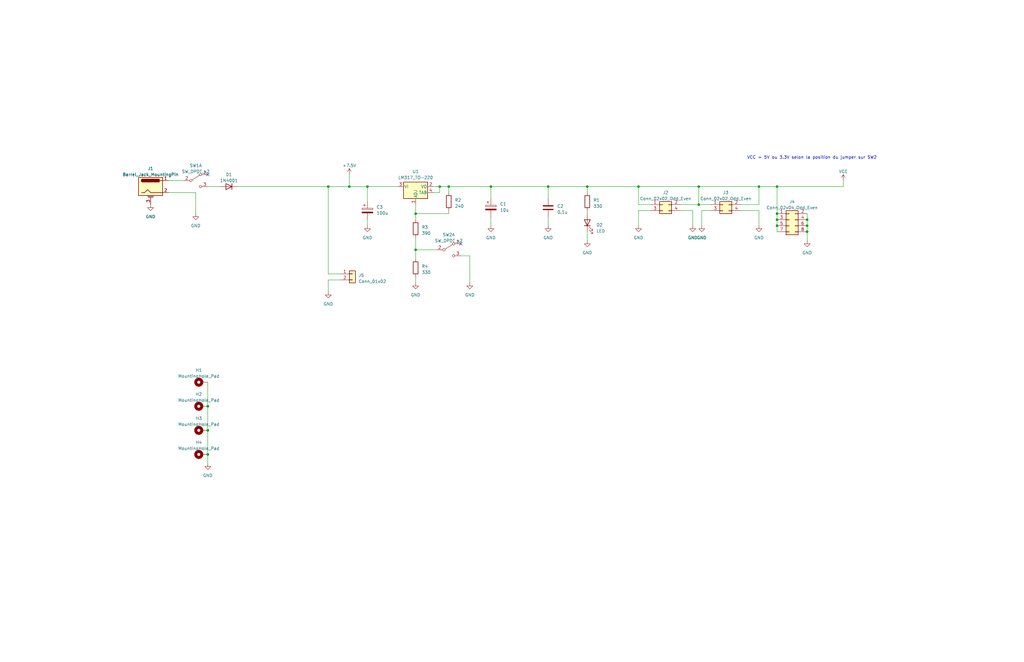
<source format=kicad_sch>
(kicad_sch (version 20230121) (generator eeschema)
  (paper "B")
  (title_block (title "Carte d'alimentation de prototypage") (date "2023-05-18") (rev "01") (company "Julien Boriasse"))
  (lib_symbols
    (symbol "Connector:Barrel_Jack_MountingPin" (pin_names hide)
      (property "Reference" "J1" (at 0 7.62 0))
      (property "Value" "Barrel_Jack_MountingPin" (at 0 5.08 0))
      (symbol "Barrel_Jack_MountingPin_0_1"
        (rectangle (start -5.08 3.81) (end 5.08 -3.81) (stroke (width 0.254)) (fill (type background)))
        (arc (start -3.302 3.175) (mid -3.9343 2.54) (end -3.302 1.905) (stroke (width 0.254)))
        (arc (start -3.302 3.175) (mid -3.9343 2.54) (end -3.302 1.905) (stroke (width 0.254)) (fill (type outline)))
        (polyline (pts (xy 5.08 2.54) (xy 3.81 2.54)) (stroke (width 0.254)))
        (polyline (pts (xy -3.81 -2.54) (xy -2.54 -2.54) (xy -1.27 -1.27) (xy 0 -2.54) (xy 2.54 -2.54) (xy 5.08 -2.54)) (stroke (width 0.254)))
        (rectangle (start 3.683 3.175) (end -3.302 1.905) (stroke (width 0.254)) (fill (type outline)))
      )
      (symbol "Barrel_Jack_MountingPin_1_1"
        (polyline (pts (xy -1.016 -4.572) (xy 1.016 -4.572)) (stroke (width 0.1524)))
        (text "Mounting" (at 0 -4.191 0) (effects (font (size 0.381 0.381))))
        (pin passive line (at 7.62 2.54 180) (length 2.54) (name "~") (number "1"))
        (pin passive line (at 7.62 -2.54 180) (length 2.54) (name "~") (number "2"))
        (pin passive line (at 0 -7.62 90) (length 3.048) (name "MountPin") (number "3"))
      )
    )
    (symbol "Connector_Generic:Conn_01x02" (pin_names (offset 1.016) hide)
      (property "Reference" "J" (at 0 2.54 0))
      (property "Value" "Conn_01x02" (at 0 -5.08 0))
      (symbol "Conn_01x02_1_1"
        (rectangle (start -1.27 -2.413) (end 0 -2.667) (stroke (width 0.1524)))
        (rectangle (start -1.27 0.127) (end 0 -0.127) (stroke (width 0.1524)))
        (rectangle (start -1.27 1.27) (end 1.27 -3.81) (stroke (width 0.254)) (fill (type background)))
        (pin passive line (at -5.08 0 0) (length 3.81) (name "Pin_1") (number "1"))
        (pin passive line (at -5.08 -2.54 0) (length 3.81) (name "Pin_2") (number "2"))
      )
    )
    (symbol "Connector_Generic:Conn_02x02_Odd_Even" (pin_names (offset 1.016) hide)
      (property "Reference" "J" (at 1.27 2.54 0))
      (property "Value" "Conn_02x02_Odd_Even" (at 1.27 -5.08 0))
      (symbol "Conn_02x02_Odd_Even_1_1"
        (rectangle (start -1.27 -2.413) (end 0 -2.667) (stroke (width 0.1524)))
        (rectangle (start -1.27 0.127) (end 0 -0.127) (stroke (width 0.1524)))
        (rectangle (start -1.27 1.27) (end 3.81 -3.81) (stroke (width 0.254)) (fill (type background)))
        (rectangle (start 3.81 -2.413) (end 2.54 -2.667) (stroke (width 0.1524)))
        (rectangle (start 3.81 0.127) (end 2.54 -0.127) (stroke (width 0.1524)))
        (pin passive line (at -5.08 0 0) (length 3.81) (name "Pin_1") (number "1"))
        (pin passive line (at 7.62 0 180) (length 3.81) (name "Pin_2") (number "2"))
        (pin passive line (at -5.08 -2.54 0) (length 3.81) (name "Pin_3") (number "3"))
        (pin passive line (at 7.62 -2.54 180) (length 3.81) (name "Pin_4") (number "4"))
      )
    )
    (symbol "Connector_Generic:Conn_02x04_Odd_Even" (pin_names (offset 1.016) hide)
      (property "Reference" "J" (at 1.27 5.08 0))
      (property "Value" "Conn_02x04_Odd_Even" (at 1.27 -7.62 0))
      (symbol "Conn_02x04_Odd_Even_1_1"
        (rectangle (start -1.27 -4.953) (end 0 -5.207) (stroke (width 0.1524)))
        (rectangle (start -1.27 -2.413) (end 0 -2.667) (stroke (width 0.1524)))
        (rectangle (start -1.27 0.127) (end 0 -0.127) (stroke (width 0.1524)))
        (rectangle (start -1.27 2.667) (end 0 2.413) (stroke (width 0.1524)))
        (rectangle (start -1.27 3.81) (end 3.81 -6.35) (stroke (width 0.254)) (fill (type background)))
        (rectangle (start 3.81 -4.953) (end 2.54 -5.207) (stroke (width 0.1524)))
        (rectangle (start 3.81 -2.413) (end 2.54 -2.667) (stroke (width 0.1524)))
        (rectangle (start 3.81 0.127) (end 2.54 -0.127) (stroke (width 0.1524)))
        (rectangle (start 3.81 2.667) (end 2.54 2.413) (stroke (width 0.1524)))
        (pin passive line (at -5.08 2.54 0) (length 3.81) (name "Pin_1") (number "1"))
        (pin passive line (at 7.62 2.54 180) (length 3.81) (name "Pin_2") (number "2"))
        (pin passive line (at -5.08 0 0) (length 3.81) (name "Pin_3") (number "3"))
        (pin passive line (at 7.62 0 180) (length 3.81) (name "Pin_4") (number "4"))
        (pin passive line (at -5.08 -2.54 0) (length 3.81) (name "Pin_5") (number "5"))
        (pin passive line (at 7.62 -2.54 180) (length 3.81) (name "Pin_6") (number "6"))
        (pin passive line (at -5.08 -5.08 0) (length 3.81) (name "Pin_7") (number "7"))
        (pin passive line (at 7.62 -5.08 180) (length 3.81) (name "Pin_8") (number "8"))
      )
    )
    (symbol "Device:C" (pin_numbers hide) (pin_names (offset 0.254))
      (property "Reference" "C" (at 0.635 2.54 0))
      (property "Value" "C" (at 0.635 -2.54 0))
      (symbol "C_0_1"
        (polyline (pts (xy -2.032 -0.762) (xy 2.032 -0.762)) (stroke (width 0.508)))
        (polyline (pts (xy -2.032 0.762) (xy 2.032 0.762)) (stroke (width 0.508)))
      )
      (symbol "C_1_1"
        (pin passive line (at 0 3.81 270) (length 2.794) (name "~") (number "1"))
        (pin passive line (at 0 -3.81 90) (length 2.794) (name "~") (number "2"))
      )
    )
    (symbol "Device:C_Polarized" (pin_numbers hide) (pin_names (offset 0.254))
      (property "Reference" "C" (at 0.635 2.54 0))
      (property "Value" "C_Polarized" (at 0.635 -2.54 0))
      (symbol "C_Polarized_0_1"
        (rectangle (start -2.286 0.508) (end 2.286 1.016))
        (polyline (pts (xy -1.778 2.286) (xy -0.762 2.286)))
        (polyline (pts (xy -1.27 2.794) (xy -1.27 1.778)))
        (rectangle (start 2.286 -0.508) (end -2.286 -1.016) (fill (type outline)))
      )
      (symbol "C_Polarized_1_1"
        (pin passive line (at 0 3.81 270) (length 2.794) (name "~") (number "1"))
        (pin passive line (at 0 -3.81 90) (length 2.794) (name "~") (number "2"))
      )
    )
    (symbol "Device:LED" (pin_numbers hide) (pin_names (offset 1.016) hide)
      (property "Reference" "D" (at 0 2.54 0))
      (property "Value" "LED" (at 0 -2.54 0))
      (symbol "LED_0_1"
        (polyline (pts (xy -1.27 -1.27) (xy -1.27 1.27)) (stroke (width 0.254)))
        (polyline (pts (xy -1.27 0) (xy 1.27 0)))
        (polyline (pts (xy 1.27 -1.27) (xy 1.27 1.27) (xy -1.27 0) (xy 1.27 -1.27)) (stroke (width 0.254)))
        (polyline (pts (xy -3.048 -0.762) (xy -4.572 -2.286) (xy -3.81 -2.286) (xy -4.572 -2.286) (xy -4.572 -1.524)))
        (polyline (pts (xy -1.778 -0.762) (xy -3.302 -2.286) (xy -2.54 -2.286) (xy -3.302 -2.286) (xy -3.302 -1.524)))
      )
      (symbol "LED_1_1"
        (pin passive line (at -3.81 0 0) (length 2.54) (name "K") (number "1"))
        (pin passive line (at 3.81 0 180) (length 2.54) (name "A") (number "2"))
      )
    )
    (symbol "Device:R" (pin_numbers hide) (pin_names (offset 0))
      (property "Reference" "R" (at 2.032 0 90))
      (property "Value" "R" (at 0 0 90))
      (symbol "R_0_1"
        (rectangle (start -1.016 -2.54) (end 1.016 2.54) (stroke (width 0.254)))
      )
      (symbol "R_1_1"
        (pin passive line (at 0 3.81 270) (length 1.27) (name "~") (number "1"))
        (pin passive line (at 0 -3.81 90) (length 1.27) (name "~") (number "2"))
      )
    )
    (symbol "Diode:1N4001" (pin_numbers hide) (pin_names hide)
      (property "Reference" "D" (at 0 2.54 0))
      (property "Value" "1N4001" (at 0 -2.54 0))
      (symbol "1N4001_0_1"
        (polyline (pts (xy -1.27 1.27) (xy -1.27 -1.27)) (stroke (width 0.254)))
        (polyline (pts (xy 1.27 0) (xy -1.27 0)))
        (polyline (pts (xy 1.27 1.27) (xy 1.27 -1.27) (xy -1.27 0) (xy 1.27 1.27)) (stroke (width 0.254)))
      )
      (symbol "1N4001_1_1"
        (pin passive line (at -3.81 0 0) (length 2.54) (name "K") (number "1"))
        (pin passive line (at 3.81 0 180) (length 2.54) (name "A") (number "2"))
      )
    )
    (symbol "Mechanical:MountingHole_Pad" (pin_numbers hide) (pin_names (offset 1.016) hide)
      (property "Reference" "H" (at 0 6.35 0))
      (property "Value" "MountingHole_Pad" (at 0 4.445 0))
      (symbol "MountingHole_Pad_0_1"
        (circle (center 0 1.27) (radius 1.27) (stroke (width 1.27)))
      )
      (symbol "MountingHole_Pad_1_1"
        (pin input line (at 0 -2.54 90) (length 2.54) (name "1") (number "1"))
      )
    )
    (symbol "MyLibrary:LM317_TO-220_TAB" (pin_names (offset 0.254))
      (property "Reference" "U" (at -3.81 3.175 0))
      (property "Value" "LM317_TO-220_TAB" (at 0 3.175 0))
      (symbol "LM317_TO-220_TAB_0_1"
        (rectangle (start -5.08 1.905) (end 5.08 -5.08) (stroke (width 0.254)) (fill (type background)))
      )
      (symbol "LM317_TO-220_TAB_1_1"
        (pin input line (at 0 -7.62 90) (length 2.54) (name "ADJ") (number "1"))
        (pin power_out line (at 7.62 0 180) (length 2.54) (name "VO") (number "2"))
        (pin power_in line (at -7.62 0 0) (length 2.54) (name "VI") (number "3"))
        (pin power_out line (at 7.62 -2.54 180) (length 2.54) (name "TAB") (number "4"))
      )
    )
    (symbol "Switch:SW_DPDT_x2" (pin_names (offset 0) hide)
      (property "Reference" "SW" (at 0 4.318 0))
      (property "Value" "SW_DPDT_x2" (at 0 -5.08 0))
      (symbol "SW_DPDT_x2_0_0"
        (circle (center -2.032 0) (radius 0.508))
        (circle (center 2.032 -2.54) (radius 0.508))
      )
      (symbol "SW_DPDT_x2_0_1"
        (polyline (pts (xy -1.524 0.254) (xy 1.651 2.286)))
        (circle (center 2.032 2.54) (radius 0.508))
      )
      (symbol "SW_DPDT_x2_1_1"
        (pin passive line (at 5.08 2.54 180) (length 2.54) (name "A") (number "1"))
        (pin passive line (at -5.08 0 0) (length 2.54) (name "B") (number "2"))
        (pin passive line (at 5.08 -2.54 180) (length 2.54) (name "C") (number "3"))
      )
      (symbol "SW_DPDT_x2_2_1"
        (pin passive line (at 5.08 2.54 180) (length 2.54) (name "A") (number "4"))
        (pin passive line (at -5.08 0 0) (length 2.54) (name "B") (number "5"))
        (pin passive line (at 5.08 -2.54 180) (length 2.54) (name "C") (number "6"))
      )
    )
    (symbol "power:+7.5V" (power) (pin_names (offset 0))
      (property "Value" "+7.5V" (at 0 3.556 0))
      (symbol "+7.5V_0_1"
        (polyline (pts (xy -0.762 1.27) (xy 0 2.54)))
        (polyline (pts (xy 0 0) (xy 0 2.54)))
        (polyline (pts (xy 0 2.54) (xy 0.762 1.27)))
      )
      (symbol "+7.5V_1_1"
        (pin power_in line (at 0 0 90) (length 0) hide (name "+7.5V") (number "1"))
      )
    )
    (symbol "power:GND" (power) (pin_names (offset 0))
      (property "Value" "GND" (at 0 -3.81 0))
      (symbol "GND_0_1"
        (polyline (pts (xy 0 0) (xy 0 -1.27) (xy 1.27 -1.27) (xy 0 -2.54) (xy -1.27 -1.27) (xy 0 -1.27)))
      )
      (symbol "GND_1_1"
        (pin power_in line (at 0 0 270) (length 0) hide (name "GND") (number "1"))
      )
    )
    (symbol "power:VCC" (power) (pin_names (offset 0))
      (property "Value" "VCC" (at 0 3.81 0))
      (symbol "VCC_0_1"
        (polyline (pts (xy -0.762 1.27) (xy 0 2.54)))
        (polyline (pts (xy 0 0) (xy 0 2.54)))
        (polyline (pts (xy 0 2.54) (xy 0.762 1.27)))
      )
      (symbol "VCC_1_1"
        (pin power_in line (at 0 0 90) (length 0) hide (name "VCC") (number "1"))
      )
    )
  )
  (junction (at 294.64 86.36))
  (junction (at 185.42 78.74))
  (junction (at 87.63 171.45))
  (junction (at 340.36 97.79))
  (junction (at 327.66 78.74))
  (junction (at 207.01 78.74))
  (junction (at 87.63 181.61))
  (junction (at 320.04 78.74))
  (junction (at 340.36 95.25))
  (junction (at 138.43 78.74))
  (junction (at 87.63 191.77))
  (junction (at 189.23 78.74))
  (junction (at 231.14 78.74))
  (junction (at 327.66 95.25))
  (junction (at 294.64 78.74))
  (junction (at 327.66 90.17))
  (junction (at 147.32 78.74))
  (junction (at 247.65 78.74))
  (junction (at 175.26 90.17))
  (junction (at 154.94 78.74))
  (junction (at 340.36 92.71))
  (junction (at 327.66 92.71))
  (junction (at 269.24 78.74))
  (junction (at 175.26 105.41))
  (no_connect (at 194.31 102.87))
  (no_connect (at 87.63 73.66))
  (wire (pts (xy 207.01 95.25) (xy 207.01 91.44)))
  (wire (pts (xy 340.36 90.17) (xy 340.36 92.71)))
  (wire (pts (xy 87.63 171.45) (xy 87.63 181.61)))
  (wire (pts (xy 340.36 97.79) (xy 340.36 101.6)))
  (wire (pts (xy 154.94 78.74) (xy 154.94 85.09)))
  (wire (pts (xy 175.26 90.17) (xy 189.23 90.17)))
  (wire (pts (xy 287.02 86.36) (xy 294.64 86.36)))
  (wire (pts (xy 147.32 78.74) (xy 154.94 78.74)))
  (wire (pts (xy 355.6 78.74) (xy 327.66 78.74)))
  (wire (pts (xy 175.26 92.71) (xy 175.26 90.17)))
  (wire (pts (xy 147.32 73.66) (xy 147.32 78.74)))
  (wire (pts (xy 143.51 115.57) (xy 138.43 115.57)))
  (wire (pts (xy 182.88 78.74) (xy 185.42 78.74)))
  (wire (pts (xy 71.12 76.2) (xy 77.47 76.2)))
  (wire (pts (xy 185.42 81.28) (xy 185.42 78.74)))
  (wire (pts (xy 82.55 90.17) (xy 82.55 81.28)))
  (wire (pts (xy 87.63 161.29) (xy 87.63 171.45)))
  (wire (pts (xy 327.66 92.71) (xy 327.66 95.25)))
  (wire (pts (xy 198.12 119.38) (xy 198.12 107.95)))
  (wire (pts (xy 175.26 90.17) (xy 175.26 86.36)))
  (wire (pts (xy 175.26 100.33) (xy 175.26 105.41)))
  (wire (pts (xy 189.23 78.74) (xy 207.01 78.74)))
  (wire (pts (xy 295.91 88.9) (xy 299.72 88.9)))
  (wire (pts (xy 299.72 86.36) (xy 294.64 86.36)))
  (wire (pts (xy 294.64 86.36) (xy 294.64 78.74)))
  (wire (pts (xy 312.42 86.36) (xy 320.04 86.36)))
  (wire (pts (xy 274.32 86.36) (xy 269.24 86.36)))
  (wire (pts (xy 287.02 88.9) (xy 292.1 88.9)))
  (wire (pts (xy 82.55 81.28) (xy 71.12 81.28)))
  (wire (pts (xy 184.15 105.41) (xy 175.26 105.41)))
  (wire (pts (xy 312.42 88.9) (xy 320.04 88.9)))
  (wire (pts (xy 320.04 88.9) (xy 320.04 95.25)))
  (wire (pts (xy 340.36 95.25) (xy 340.36 97.79)))
  (wire (pts (xy 327.66 78.74) (xy 327.66 90.17)))
  (wire (pts (xy 87.63 191.77) (xy 87.63 195.58)))
  (wire (pts (xy 231.14 83.82) (xy 231.14 78.74)))
  (wire (pts (xy 231.14 95.25) (xy 231.14 91.44)))
  (wire (pts (xy 269.24 78.74) (xy 247.65 78.74)))
  (wire (pts (xy 247.65 101.6) (xy 247.65 97.79)))
  (wire (pts (xy 154.94 95.25) (xy 154.94 92.71)))
  (wire (pts (xy 247.65 81.28) (xy 247.65 78.74)))
  (wire (pts (xy 198.12 107.95) (xy 194.31 107.95)))
  (wire (pts (xy 269.24 95.25) (xy 269.24 88.9)))
  (wire (pts (xy 100.33 78.74) (xy 138.43 78.74)))
  (wire (pts (xy 138.43 78.74) (xy 147.32 78.74)))
  (wire (pts (xy 320.04 86.36) (xy 320.04 78.74)))
  (wire (pts (xy 175.26 105.41) (xy 175.26 109.22)))
  (wire (pts (xy 87.63 181.61) (xy 87.63 191.77)))
  (wire (pts (xy 207.01 83.82) (xy 207.01 78.74)))
  (wire (pts (xy 247.65 78.74) (xy 231.14 78.74)))
  (wire (pts (xy 182.88 81.28) (xy 185.42 81.28)))
  (wire (pts (xy 292.1 88.9) (xy 292.1 95.25)))
  (wire (pts (xy 175.26 119.38) (xy 175.26 116.84)))
  (wire (pts (xy 207.01 78.74) (xy 231.14 78.74)))
  (wire (pts (xy 189.23 81.28) (xy 189.23 78.74)))
  (wire (pts (xy 340.36 92.71) (xy 340.36 95.25)))
  (wire (pts (xy 189.23 88.9) (xy 189.23 90.17)))
  (wire (pts (xy 138.43 118.11) (xy 143.51 118.11)))
  (wire (pts (xy 154.94 78.74) (xy 167.64 78.74)))
  (wire (pts (xy 269.24 78.74) (xy 269.24 86.36)))
  (wire (pts (xy 138.43 115.57) (xy 138.43 78.74)))
  (wire (pts (xy 269.24 78.74) (xy 294.64 78.74)))
  (wire (pts (xy 185.42 78.74) (xy 189.23 78.74)))
  (wire (pts (xy 295.91 95.25) (xy 295.91 88.9)))
  (wire (pts (xy 327.66 90.17) (xy 327.66 92.71)))
  (wire (pts (xy 355.6 78.74) (xy 355.6 76.2)))
  (wire (pts (xy 247.65 90.17) (xy 247.65 88.9)))
  (wire (pts (xy 320.04 78.74) (xy 327.66 78.74)))
  (wire (pts (xy 269.24 88.9) (xy 274.32 88.9)))
  (wire (pts (xy 92.71 78.74) (xy 87.63 78.74)))
  (wire (pts (xy 294.64 78.74) (xy 320.04 78.74)))
  (wire (pts (xy 138.43 123.19) (xy 138.43 118.11)))
  (wire (pts (xy 327.66 95.25) (xy 327.66 97.79)))
  (text "VCC = 5V ou 3.3V selon la position du jumper sur SW2" (at 314.96 67.31 0) (effects (font (size 1.27 1.27)) (justify left bottom)))
  (symbol (lib_id "power:+7.5V") (at 147.32 73.66 0) (unit 1)
    (property "Reference" "#PWR01" (effects hide))
    (property "Value" "+7.5V" (at 147.32 69.85 0))
  )
  (symbol (lib_id "power:GND") (at 82.55 90.17 0) (unit 1)
    (property "Reference" "#PWR03" (effects hide))
    (property "Value" "GND" (at 82.55 95.25 0))
  )
  (symbol (lib_id "Switch:SW_DPDT_x2") (at 189.23 105.41 0) (unit 1)
    (property "Reference" "SW2" (at 189.23 99.06 0))
    (property "Value" "SW_DPDT_x2" (at 189.23 101.6 0))
    (property "Footprint" "Connector_PinHeader_2.54mm:PinHeader_1x03_P2.54mm_Vertical" (effects hide))
  )
  (symbol (lib_id "power:GND") (at 154.94 95.25 0) (unit 1)
    (property "Reference" "#PWR04" (effects hide))
    (property "Value" "GND" (at 154.94 100.33 0))
  )
  (symbol (lib_id "power:VCC") (at 355.6 76.2 0) (unit 1)
    (property "Reference" "#PWR02" (effects hide))
    (property "Value" "VCC" (at 355.6 72.39 0))
  )
  (symbol (lib_id "power:GND") (at 269.24 95.25 0) (unit 1)
    (property "Reference" "#PWR07" (effects hide))
    (property "Value" "GND" (at 269.24 100.33 0))
  )
  (symbol (lib_id "Mechanical:MountingHole_Pad") (at 85.09 191.77 90) (unit 1)
    (property "Reference" "H4" (at 83.82 186.69 90))
    (property "Value" "MountingHole_Pad" (at 83.82 189.23 90))
    (property "Footprint" "MountingHole:MountingHole_2.5mm_Pad_TopBottom" (effects hide))
  )
  (symbol (lib_id "Device:LED") (at 247.65 93.98 90) (unit 1)
    (property "Reference" "D2" (at 251.46 94.9325 90) (effects (justify right)))
    (property "Value" "LED" (at 251.46 97.4725 90) (effects (justify right)))
    (property "Footprint" "LED_THT:LED_D5.0mm" (effects hide))
    (property "Datasheet" "https://www.sunledusa.com/products/spec/XLUG12D.pdf" (effects hide))
    (property "SPN" "1497-1023-ND" (effects hide))
    (property "MPN" "XLUG12D" (effects hide))
  )
  (symbol (lib_id "Switch:SW_DPDT_x2") (at 82.55 76.2 0) (unit 1)
    (property "Reference" "SW1" (at 82.55 69.85 0))
    (property "Value" "SW_DPDT_x2" (at 82.55 72.39 0))
    (property "Footprint" "Connector_PinHeader_2.54mm:PinHeader_1x03_P2.54mm_Vertical" (effects hide))
  )
  (symbol (lib_id "Diode:1N4001") (at 96.52 78.74 180) (unit 1)
    (property "Reference" "D1" (at 96.52 73.66 0))
    (property "Value" "1N4001" (at 96.52 76.2 0))
    (property "Footprint" "Diode_THT:D_DO-41_SOD81_P7.62mm_Horizontal" (effects hide))
    (property "Datasheet" "https://www.onsemi.com/pdf/datasheet/1n4001-d.pdf" (effects hide))
    (property "Sim.Device" "D" (effects hide))
    (property "Sim.Pins" "1=K 2=A" (effects hide))
    (property "MPN" "1N4001RLG" (effects hide))
    (property "SPN" "1N4001RLGOSTR-ND" (effects hide))
  )
  (symbol (lib_id "Device:R") (at 175.26 96.52 0) (unit 1)
    (property "Reference" "R3" (at 177.8 95.885 0) (effects (justify left)))
    (property "Value" "390" (at 177.8 98.425 0) (effects (justify left)))
    (property "Footprint" "Resistor_THT:R_Axial_DIN0207_L6.3mm_D2.5mm_P7.62mm_Horizontal" (effects hide))
    (property "SPN" "MFR-25FBF52-390R-ND" (effects hide))
  )
  (symbol (lib_id "power:GND") (at 175.26 119.38 0) (unit 1)
    (property "Reference" "#PWR011" (effects hide))
    (property "Value" "GND" (at 175.26 124.46 0))
  )
  (symbol (lib_id "Device:R") (at 247.65 85.09 0) (unit 1)
    (property "Reference" "R1" (at 250.19 84.455 0) (effects (justify left)))
    (property "Value" "330" (at 250.19 86.995 0) (effects (justify left)))
    (property "Footprint" "Resistor_THT:R_Axial_DIN0207_L6.3mm_D2.5mm_P7.62mm_Horizontal" (effects hide))
  )
  (symbol (lib_id "power:GND") (at 295.91 95.25 0) (unit 1)
    (property "Reference" "#PWR08" (effects hide))
    (property "Value" "GND" (at 295.91 100.33 0))
  )
  (symbol (lib_id "power:GND") (at 231.14 95.25 0) (unit 1)
    (property "Reference" "#PWR06" (effects hide))
    (property "Value" "GND" (at 231.14 100.33 0))
  )
  (symbol (lib_id "Mechanical:MountingHole_Pad") (at 85.09 161.29 90) (unit 1)
    (property "Reference" "H1" (at 83.82 156.21 90))
    (property "Value" "MountingHole_Pad" (at 83.82 158.75 90))
    (property "Footprint" "MountingHole:MountingHole_2.5mm_Pad_TopBottom" (effects hide))
  )
  (symbol (lib_id "Device:C_Polarized") (at 207.01 87.63 0) (unit 1)
    (property "Reference" "C1" (at 210.82 86.106 0) (effects (justify left)))
    (property "Value" "10u" (at 210.82 88.646 0) (effects (justify left)))
    (property "Footprint" "Library:CP_Radial_D5.0mm_P5.0mm_EEU-EB1J100SB" (effects hide))
    (property "Datasheet" "https://industrial.panasonic.com/cdbs/www-data/pdf/RDF0000/ABA0000C1024.pdf" (effects hide))
    (property "MPN" "EEU-EB1J100SB" (effects hide))
    (property "Height" "12mm" (effects hide))
    (property "SPN" "P19615CT-ND" (effects hide))
  )
  (symbol (lib_id "Mechanical:MountingHole_Pad") (at 85.09 181.61 90) (unit 1)
    (property "Reference" "H3" (at 83.82 176.53 90))
    (property "Value" "MountingHole_Pad" (at 83.82 179.07 90))
    (property "Footprint" "MountingHole:MountingHole_2.5mm_Pad_TopBottom" (effects hide))
  )
  (symbol (lib_id "Connector:Barrel_Jack_MountingPin") (at 63.5 78.74 0) (unit 1)
    (property "Reference" "J1" (at 63.5 71.12 0))
    (property "Value" "Barrel_Jack_MountingPin" (at 63.5 73.66 0))
    (property "Footprint" "Connector_BarrelJack:BarrelJack_Horizontal_PJ-002A" (effects hide))
    (property "Datasheet" "https://www.cuidevices.com/product/resource/pj-002a.pdf" (effects hide))
    (property "SPN" "CP-002A-ND" (effects hide))
    (property "MPN" "PJ-002A" (effects hide))
  )
  (symbol (lib_id "Device:R") (at 189.23 85.09 0) (unit 1)
    (property "Reference" "R2" (at 191.77 84.455 0) (effects (justify left)))
    (property "Value" "240" (at 191.77 86.995 0) (effects (justify left)))
    (property "Footprint" "Resistor_THT:R_Axial_DIN0207_L6.3mm_D2.5mm_P7.62mm_Horizontal" (effects hide))
    (property "SPN" "13-MFR-25FBF52-240R-ND" (effects hide))
  )
  (symbol (lib_id "Device:C") (at 231.14 87.63 0) (unit 1)
    (property "Reference" "C2" (at 234.95 86.995 0) (effects (justify left)))
    (property "Value" "0.1u" (at 234.95 89.535 0) (effects (justify left)))
    (property "Footprint" "Library:C_Rect_L4.0mm_W2.5mm_P5.00mm_RDER71H104K0K1H03B" (effects hide))
    (property "Datasheet" "https://search.murata.co.jp/Ceramy/image/img/A01X/G101/ENG/RDE_X7R_250V-1kV_E.pdf" (effects hide))
    (property "MPN" "RDER71H104K0K1H03B" (effects hide))
    (property "SPN" "490-8814-ND" (effects hide))
  )
  (symbol (lib_id "Device:C_Polarized") (at 154.94 88.9 0) (unit 1)
    (property "Reference" "C3" (at 158.75 87.376 0) (effects (justify left)))
    (property "Value" "100u" (at 158.75 89.916 0) (effects (justify left)))
    (property "Footprint" "Capacitor_THT:CP_Radial_D6.3mm_P2.50mm" (effects hide))
    (property "MPN" "ES5107M016AE1EA" (effects hide))
    (property "Height" "5mm" (effects hide))
    (property "SPN" "399-6648-1-ND" (effects hide))
  )
  (symbol (lib_id "Connector_Generic:Conn_01x02") (at 148.59 115.57 0) (unit 1)
    (property "Reference" "J5" (at 151.13 116.205 0) (effects (justify left)))
    (property "Value" "Conn_01x02" (at 151.13 118.745 0) (effects (justify left)))
    (property "Footprint" "Connector_PinSocket_2.54mm:PinSocket_1x02_P2.54mm_Vertical" (effects hide))
  )
  (symbol (lib_id "Connector_Generic:Conn_02x02_Odd_Even") (at 304.8 86.36 0) (unit 1)
    (property "Reference" "J3" (at 306.07 81.28 0))
    (property "Value" "Conn_02x02_Odd_Even" (at 306.07 83.82 0))
    (property "Footprint" "Connector_PinHeader_2.54mm:PinHeader_2x02_P2.54mm_Vertical" (effects hide))
  )
  (symbol (lib_id "Connector_Generic:Conn_02x02_Odd_Even") (at 279.4 86.36 0) (unit 1)
    (property "Reference" "J2" (at 280.67 81.28 0))
    (property "Value" "Conn_02x02_Odd_Even" (at 280.67 83.82 0))
    (property "Footprint" "Connector_PinHeader_2.54mm:PinHeader_2x02_P2.54mm_Vertical" (effects hide))
  )
  (symbol (lib_id "power:GND") (at 87.63 195.58 0) (unit 1)
    (property "Reference" "#PWR014" (effects hide))
    (property "Value" "GND" (at 87.63 200.66 0))
  )
  (symbol (lib_id "Device:R") (at 175.26 113.03 0) (unit 1)
    (property "Reference" "R4" (at 177.8 112.395 0) (effects (justify left)))
    (property "Value" "330" (at 177.8 114.935 0) (effects (justify left)))
    (property "Footprint" "Resistor_THT:R_Axial_DIN0207_L6.3mm_D2.5mm_P7.62mm_Horizontal" (effects hide))
    (property "SPN" "MFR-25FBF52-330R-ND" (effects hide))
  )
  (symbol (lib_id "power:GND") (at 198.12 119.38 0) (unit 1)
    (property "Reference" "#PWR012" (effects hide))
    (property "Value" "GND" (at 198.12 124.46 0))
  )
  (symbol (lib_id "MyLibrary:LM317_TO-220_TAB") (at 175.26 78.74 0) (unit 1)
    (property "Reference" "U1" (at 175.26 72.39 0))
    (property "Value" "LM317_TO-220" (at 175.26 74.93 0))
    (property "Footprint" "Package_TO_SOT_THT:TO-220-3_Horizontal_TabDown_Connected" (effects hide))
    (property "Datasheet" "http://www.ti.com/lit/ds/symlink/lm317.pdf" (effects hide))
    (property "MPN" "LM317KCS" (effects hide))
    (property "SPN" "296-13869-5-ND" (effects hide))
  )
  (symbol (lib_id "power:GND") (at 340.36 101.6 0) (unit 1)
    (property "Reference" "#PWR010" (effects hide))
    (property "Value" "GND" (at 340.36 106.68 0))
  )
  (symbol (lib_id "Mechanical:MountingHole_Pad") (at 85.09 171.45 90) (unit 1)
    (property "Reference" "H2" (at 83.82 166.37 90))
    (property "Value" "MountingHole_Pad" (at 83.82 168.91 90))
    (property "Footprint" "MountingHole:MountingHole_2.5mm_Pad_TopBottom" (effects hide))
  )
  (symbol (lib_id "power:GND") (at 292.1 95.25 0) (unit 1)
    (property "Reference" "#PWR017" (effects hide))
    (property "Value" "GND" (at 292.1 100.33 0))
  )
  (symbol (lib_id "power:GND") (at 247.65 101.6 0) (unit 1)
    (property "Reference" "#PWR09" (effects hide))
    (property "Value" "GND" (at 247.65 106.68 0))
  )
  (symbol (lib_id "power:GND") (at 138.43 123.19 0) (unit 1)
    (property "Reference" "#PWR013" (effects hide))
    (property "Value" "GND" (at 138.43 128.27 0))
  )
  (symbol (lib_id "Connector_Generic:Conn_02x04_Odd_Even") (at 332.74 92.71 0) (unit 1)
    (property "Reference" "J4" (at 334.01 85.09 0))
    (property "Value" "Conn_02x04_Odd_Even" (at 334.01 87.63 0))
    (property "Footprint" "Connector_PinHeader_2.54mm:PinHeader_2x04_P2.54mm_Vertical" (effects hide))
  )
  (symbol (lib_id "power:GND") (at 207.01 95.25 0) (unit 1)
    (property "Reference" "#PWR05" (effects hide))
    (property "Value" "GND" (at 207.01 100.33 0))
  )
  (symbol (lib_id "power:GND") (at 63.5 86.36 0) (unit 1)
    (property "Reference" "#PWR015" (effects hide))
    (property "Value" "GND" (at 63.5 91.44 0))
  )
  (symbol (lib_id "power:GND") (at 320.04 95.25 0) (unit 1)
    (property "Reference" "#PWR016" (effects hide))
    (property "Value" "GND" (at 320.04 100.33 0))
  )
)
</source>
